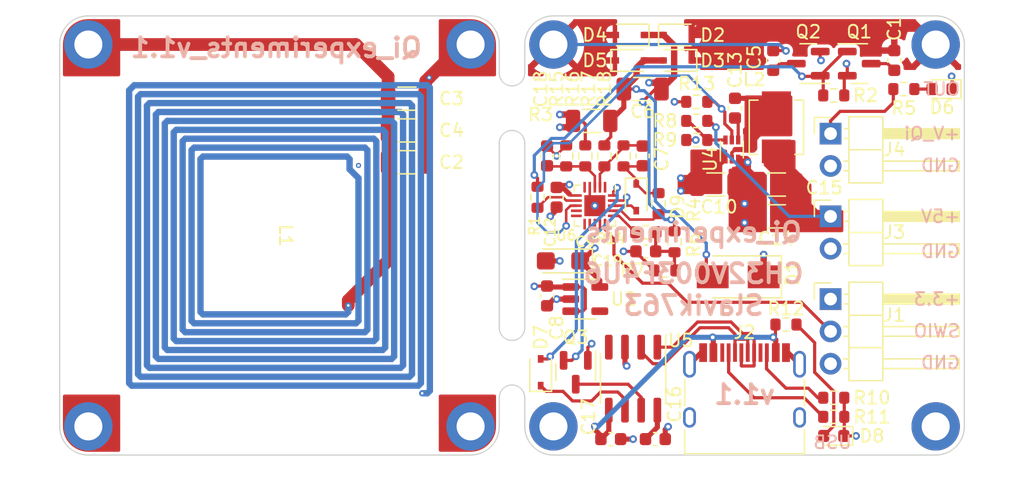
<source format=kicad_pcb>
(kicad_pcb (version 20211014) (generator pcbnew)
  (layers (0 "F.Cu" signal) (1 "In1.Cu" signal) (2 "In2.Cu" signal) (31 "B.Cu" signal) (34 "B.Paste" user) (35 "F.Paste" user) (36 "B.SilkS" user "B.Silkscreen") (37 "F.SilkS" user "F.Silkscreen") (38 "B.Mask" user) (39 "F.Mask" user) (44 "Edge.Cuts" user))
  (net 0 "")
  (net 1 "Net-(C1-Pad1)")
  (net 2 "Net-(C2-Pad2)")
  (net 3 "Net-(C5-Pad1)")
  (net 4 "VCC")
  (net 5 "Net-(C6-Pad2)")
  (net 6 "+3.3V")
  (net 7 "GND")
  (net 8 "+VOUT")
  (net 9 "/SWIO")
  (net 10 "/DC-DC_EN")
  (net 11 "Net-(C7-Pad2)")
  (net 12 "Net-(Q1-Pad1)")
  (net 13 "/QI_DATA")
  (net 14 "/I_MEAS")
  (net 15 "/V_MEAS")
  (net 16 "/DC-DC_FB")
  (net 17 "Net-(C13-Pad1)")
  (net 18 "/TX")
  (net 19 "/RX")
  (net 20 "Net-(C5-Pad2)")
  (net 21 "Net-(C1-Pad2)")
  (net 22 "Net-(C2-Pad1)")
  (net 23 "unconnected-(H1-Pad1)")
  (net 24 "unconnected-(H2-Pad1)")
  (net 27 "Net-(C16-Pad1)")
  (net 28 "VBUS")
  (net 29 "Net-(D7-Pad1)")
  (net 30 "Net-(Q3-Pad3)")
  (net 31 "Net-(J2-PadB5)")
  (net 32 "Net-(J2-PadA5)")
  (net 33 "/D+")
  (net 34 "/D-")
  (net 38 "Net-(C13-Pad2)")
  (net 39 "Net-(C19-Pad2)")
  (net 40 "Net-(D6-Pad2)")
  (net 50 "/OP_AMP_O")
  (net 51 "/OP_AMP_+")
  (net 52 "/OP_AMP_-")
  (net 53 "Net-(D8-Pad2)")
  (footprint "Diode_SMD:D_SOD-323" (layer "F.Cu") (at 70.5 60.25 90)
    (fp_text reference "D7")
    (fp_text value "1N4148WS")
  )
  (footprint "Resistor_SMD:R_0603_1608Metric" (layer "F.Cu") (at 70.25 46.5 90)
    (fp_text reference "R1")
    (fp_text value "100")
  )
  (footprint "Package_TO_SOT_SMD:SOT-23" (layer "F.Cu") (at 73.25 60.25 -90)
    (fp_text reference "Q3")
    (fp_text value "2N7002")
  )
  (footprint "Capacitor_SMD:C_0603_1608Metric" (layer "F.Cu") (at 71.75 46.5 90)
    (fp_text reference "C12")
    (fp_text value "0.1u")
  )
  (footprint "Capacitor_SMD:C_0603_1608Metric" (layer "F.Cu") (at 76 65.5)
    (fp_text reference "C17")
    (fp_text value "0.1u")
  )
  (footprint "__my:edgeBreakHoles" (layer "F.Cu") (at 67.5 39.488 90)
    (fp_text reference "H6" hide)
    (fp_text value "EdgeBreakHoles")
  )
  (footprint "Package_TO_SOT_SMD:SOT-23" (layer "F.Cu") (at 95.5 36)
    (fp_text reference "Q1")
    (fp_text value "2N7002")
  )
  (footprint "Capacitor_SMD:C_0603_1608Metric" (layer "F.Cu") (at 98.25 35.75 90)
    (fp_text reference "C1")
    (fp_text value "47n")
  )
  (footprint "Connector_PinHeader_2.54mm:PinHeader_1x02_P2.54mm_Horizontal" (layer "F.Cu") (at 93.25 48)
    (fp_text reference "J3")
    (fp_text value "Conn_01x02")
  )
  (footprint "Resistor_SMD:R_0603_1608Metric" (layer "F.Cu") (at 93.5 63.75 180)
    (fp_text reference "R11")
    (fp_text value "5.1k")
  )
  (footprint "Resistor_SMD:R_0603_1608Metric" (layer "F.Cu") (at 93.5 38.5)
    (fp_text reference "R2")
    (fp_text value "10k")
  )
  (footprint "Resistor_SMD:R_0603_1608Metric" (layer "F.Cu") (at 78.75 49.25 180)
    (fp_text reference "R14")
    (fp_text value "1k")
  )
  (footprint "Resistor_SMD:R_0603_1608Metric" (layer "F.Cu") (at 79.75 47 -90)
    (fp_text reference "R4")
    (fp_text value "1k")
  )
  (footprint "Capacitor_SMD:C_1206_3216Metric" (layer "F.Cu") (at 60 43.75)
    (fp_text reference "C2")
    (fp_text value "0.1u")
  )
  (footprint "Capacitor_SMD:C_1206_3216Metric" (layer "F.Cu") (at 78.5 38 180)
    (fp_text reference "C6")
    (fp_text value "10u")
  )
  (footprint "Capacitor_SMD:C_1206_3216Metric" (layer "F.Cu") (at 89 48 180)
    (fp_text reference "C14")
    (fp_text value "22u")
  )
  (footprint "MountingHole:MountingHole_2.2mm_M2_DIN965_Pad" (layer "F.Cu") (at 71.5 34.5)
    (fp_text reference "H30" hide)
    (fp_text value "MountingHole_Pad")
  )
  (footprint "Capacitor_SMD:C_0603_1608Metric" (layer "F.Cu") (at 88.75 35.75 90)
    (fp_text reference "C5")
    (fp_text value "47n")
  )
  (footprint "Resistor_SMD:R_0603_1608Metric" (layer "F.Cu") (at 89.75 56.5)
    (fp_text reference "R12")
    (fp_text value "470")
  )
  (footprint "Package_DFN_QFN:QFN-20-1EP_3x3mm_P0.4mm_EP1.65x1.65mm" (layer "F.Cu") (at 74.75 47.16 -90)
    (fp_text reference "U6")
    (fp_text value "CH32V003F4U6")
  )
  (footprint "Capacitor_SMD:C_0603_1608Metric" (layer "F.Cu") (at 78.75 50.75)
    (fp_text reference "C19")
    (fp_text value "47n")
  )
  (footprint "MountingHole:MountingHole_2.2mm_M2_DIN965_Pad" (layer "F.Cu") (at 65 34.5)
    (fp_text reference "H3" hide)
    (fp_text value "MountingHole_Pad")
  )
  (footprint "Diode_SMD:D_SOD-323F" (layer "F.Cu") (at 77.5 33.75 180)
    (fp_text reference "D4")
    (fp_text value "PMEG3010CEJ")
  )
  (footprint "MountingHole:MountingHole_2.2mm_M2_DIN965_Pad" (layer "F.Cu") (at 71.5 64.5)
    (fp_text reference "H20" hide)
    (fp_text value "MountingHole_Pad")
  )
  (footprint "Resistor_SMD:R_0603_1608Metric" (layer "F.Cu") (at 81 50 -90)
    (fp_text reference "R6")
    (fp_text value "10k")
  )
  (footprint "Resistor_SMD:R_0603_1608Metric" (layer "F.Cu") (at 93.5 62.25 180)
    (fp_text reference "R10")
    (fp_text value "5.1k")
  )
  (footprint "Connector_PinHeader_2.54mm:PinHeader_1x02_P2.54mm_Horizontal" (layer "F.Cu") (at 93.25 41.5)
    (fp_text reference "J4")
    (fp_text value "Conn_01x02")
  )
  (footprint "Resistor_SMD:R_0603_1608Metric" (layer "F.Cu") (at 82.75 42)
    (fp_text reference "R9")
    (fp_text value "10k")
  )
  (footprint "Capacitor_SMD:C_0603_1608Metric" (layer "F.Cu") (at 71 54.25 -90)
    (fp_text reference "C8")
    (fp_text value "0.1u")
  )
  (footprint "Connector_PinHeader_2.54mm:PinHeader_1x03_P2.54mm_Horizontal" (layer "F.Cu") (at 93.25 54.5)
    (fp_text reference "J1")
    (fp_text value "Conn_01x03")
  )
  (footprint "Resistor_SMD:R_0603_1608Metric" (layer "F.Cu") (at 75.5 43.25 -90)
    (fp_text reference "R17")
    (fp_text value "470")
  )
  (footprint "MountingHole:MountingHole_2.2mm_M2_DIN965_Pad" (layer "F.Cu") (at 101.5 34.5)
    (fp_text reference "H40" hide)
    (fp_text value "MountingHole_Pad")
  )
  (footprint "Capacitor_SMD:C_1206_3216Metric" (layer "F.Cu") (at 60 41.25)
    (fp_text reference "C4")
    (fp_text value "0.1u")
  )
  (footprint "__my:edgeBreakHoles" (layer "F.Cu") (at 69 59.5 90)
    (fp_text reference "H8" hide)
    (fp_text value "EdgeBreakHoles")
  )
  (footprint "MountingHole:MountingHole_2.2mm_M2_DIN965_Pad" (layer "F.Cu") (at 35 34.5)
    (fp_text reference "H4" hide)
    (fp_text value "MountingHole_Pad")
  )
  (footprint "Resistor_SMD:R_0603_1608Metric" (layer "F.Cu") (at 99 38)
    (fp_text reference "R5")
    (fp_text value "1k")
  )
  (footprint "MountingHole:MountingHole_2.2mm_M2_DIN965_Pad" (layer "F.Cu") (at 101.5 64.5)
    (fp_text reference "H10" hide)
    (fp_text value "MountingHole_Pad")
  )
  (footprint "__my:edgeBreakHoles" (layer "F.Cu") (at 69 39.5 90)
    (fp_text reference "H5" hide)
    (fp_text value "EdgeBreakHoles")
  )
  (footprint "Resistor_SMD:R_0603_1608Metric" (layer "F.Cu") (at 74 43.25 -90)
    (fp_text reference "R16")
    (fp_text value "470")
  )
  (footprint "Inductor_SMD:L_Vishay_IHLP-1616" (layer "F.Cu") (at 89 41 -90)
    (fp_text reference "L2")
    (fp_text value "4.7u")
  )
  (footprint "__my:pcb_coil_24x24_qi" (layer "F.Cu") (at 50 49.5 -90)
    (fp_text reference "L1")
    (fp_text value "INDUCTOR")
  )
  (footprint "Package_TO_SOT_SMD:SOT-563" (layer "F.Cu") (at 85.5 42.75 90)
    (fp_text reference "U4")
    (fp_text value "AP62200Z6")
  )
  (footprint "Package_TO_SOT_SMD:SOT-23" (layer "F.Cu") (at 91.5 36 180)
    (fp_text reference "Q2")
    (fp_text value "2N7002")
  )
  (footprint "LED_SMD:LED_0603_1608Metric" (layer "F.Cu") (at 93.5 65.25 180)
    (fp_text reference "D8")
    (fp_text value "LED")
  )
  (footprint "Diode_SMD:D_SMA" (layer "F.Cu") (at 86 52.75 180)
    (fp_text reference "D1")
    (fp_text value "Z1SMAxxx")
  )
  (footprint "Connector_USB:USB_C_Receptacle_HRO_TYPE-C-31-M-12" (layer "F.Cu") (at 86.5 62.75)
    (fp_text reference "J2")
    (fp_text value "USB_C_Receptacle_USB2.0")
  )
  (footprint "Capacitor_Tantalum_SMD:CP_EIA-3216-18_Kemet-A" (layer "F.Cu") (at 72.25 51.5 180)
    (fp_text reference "C9")
    (fp_text value "10u")
  )
  (footprint "Capacitor_SMD:C_0603_1608Metric" (layer "F.Cu") (at 71 43.25 90)
    (fp_text reference "C18")
    (fp_text value "47n")
  )
  (footprint "Package_SO:SOIC-8_3.9x4.9mm_P1.27mm" (layer "F.Cu") (at 77.75 60.75 -90)
    (fp_text reference "U5")
    (fp_text value "CH340N")
  )
  (footprint "__my:edgeBreakHoles" (layer "F.Cu") (at 67.5 59.5 90)
    (fp_text reference "H7" hide)
    (fp_text value "EdgeBreakHoles")
  )
  (footprint "Capacitor_SMD:C_1206_3216Metric" (layer "F.Cu") (at 89 45.5 180)
    (fp_text reference "C15")
    (fp_text value "22u")
  )
  (footprint "Resistor_SMD:R_0603_1608Metric" (layer "F.Cu") (at 82.75 40.5)
    (fp_text reference "R8")
    (fp_text value "56k")
  )
  (footprint "Resistor_SMD:R_0603_1608Metric" (layer "F.Cu") (at 80.25 52.25 180)
    (fp_text reference "R7")
    (fp_text value "2.2k")
  )
  (footprint "Capacitor_SMD:C_0603_1608Metric" (layer "F.Cu") (at 79.5 65.5)
    (fp_text reference "C16")
    (fp_text value "0.1u")
  )
  (footprint "Diode_SMD:D_SOD-323F" (layer "F.Cu") (at 81.25 35.75 180)
    (fp_text reference "D3")
    (fp_text value "PMEG3010CEJ")
  )
  (footprint "Capacitor_SMD:C_0603_1608Metric" (layer "F.Cu") (at 85.75 39.5 -90)
    (fp_text reference "C13")
    (fp_text value "0.1u")
  )
  (footprint "MountingHole:MountingHole_2.2mm_M2_DIN965_Pad" (layer "F.Cu") (at 35 64.5)
    (fp_text reference "H1" hide)
    (fp_text value "MountingHole_Pad")
  )
  (footprint "Diode_SMD:D_SOD-323F" (layer "F.Cu") (at 77.5 35.75)
    (fp_text reference "D5")
    (fp_text value "PMEG3010CEJ")
  )
  (footprint "Resistor_SMD:R_0603_1608Metric" (layer "F.Cu") (at 77 43.25 -90)
    (fp_text reference "R18")
    (fp_text value "10k")
  )
  (footprint "Capacitor_SMD:C_1206_3216Metric" (layer "F.Cu") (at 84.25 45.5)
    (fp_text reference "C10")
    (fp_text value "10u")
  )
  (footprint "MountingHole:MountingHole_2.2mm_M2_DIN965_Pad" (layer "F.Cu") (at 65 64.5)
    (fp_text reference "H2" hide)
    (fp_text value "MountingHole_Pad")
  )
  (footprint "Resistor_SMD:R_1206_3216Metric" (layer "F.Cu") (at 74.5 40.5 180)
    (fp_text reference "R3")
    (fp_text value "0.1")
  )
  (footprint "Resistor_SMD:R_0603_1608Metric" (layer "F.Cu") (at 72.5 43.25 -90)
    (fp_text reference "R15")
    (fp_text value "10k")
  )
  (footprint "Package_TO_SOT_SMD:SOT-23-5" (layer "F.Cu") (at 74 54.5)
    (fp_text reference "U2")
    (fp_text value "SPX3819M5-L-3-3")
  )
  (footprint "Capacitor_SMD:C_1206_3216Metric" (layer "F.Cu") (at 60 38.75)
    (fp_text reference "C3")
    (fp_text value "0.1u")
  )
  (footprint "Capacitor_SMD:C_0603_1608Metric" (layer "F.Cu") (at 78.5 43.25 -90)
    (fp_text reference "C7")
    (fp_text value "47n")
  )
  (footprint "LED_SMD:LED_0603_1608Metric" (layer "F.Cu") (at 102 38 180)
    (fp_text reference "D6")
    (fp_text value "LED")
  )
  (footprint "Diode_SMD:D_SOD-323" (layer "F.Cu") (at 78 46.5 -90)
    (fp_text reference "D9")
    (fp_text value "1N4148WS")
  )
  (footprint "Resistor_SMD:R_0603_1608Metric" (layer "F.Cu") (at 82.75 39)
    (fp_text reference "R13")
    (fp_text value "10k")
  )
  (footprint "Diode_SMD:D_SOD-323F" (layer "F.Cu") (at 81.25 33.75)
    (fp_text reference "D2")
    (fp_text value "PMEG3010CEJ")
  )
  (gr_line (start 101.5 32.25) (end 71.5 32.25) (layer "Edge.Cuts") (width 0.1))
  (gr_line (start 65 66.75) (end 35 66.75) (layer "Edge.Cuts") (width 0.1))
  (gr_arc (start 67.25 64.5) (mid 66.59099 66.09099) (end 65 66.75) (layer "Edge.Cuts") (width 0.1))
  (gr_arc (start 35 66.75) (mid 33.40901 66.09099) (end 32.75 64.5) (layer "Edge.Cuts") (width 0.1))
  (gr_line (start 103.75 64.5) (end 103.75 34.5) (layer "Edge.Cuts") (width 0.1))
  (gr_line (start 67.25 42.25) (end 67.25 56.75) (layer "Edge.Cuts") (width 0.1))
  (gr_line (start 32.75 64.5) (end 32.75 34.5) (layer "Edge.Cuts") (width 0.1))
  (gr_arc (start 68.25 57.75) (mid 67.542893 57.457107) (end 67.25 56.75) (layer "Edge.Cuts") (width 0.1))
  (gr_line (start 67.25 36.75) (end 67.25 34.5) (layer "Edge.Cuts") (width 0.1))
  (gr_line (start 69.25 56.75) (end 69.25 42.25) (layer "Edge.Cuts") (width 0.1))
  (gr_line (start 35 32.25) (end 65 32.25) (layer "Edge.Cuts") (width 0.1))
  (gr_arc (start 69.25 56.75) (mid 68.957107 57.457107) (end 68.25 57.75) (layer "Edge.Cuts") (width 0.1))
  (gr_arc (start 71.5 66.75) (mid 69.90901 66.09099) (end 69.25 64.5) (layer "Edge.Cuts") (width 0.1))
  (gr_line (start 69.25 64.5) (end 69.25 62.25) (layer "Edge.Cuts") (width 0.1))
  (gr_arc (start 101.5 32.25) (mid 103.09099 32.90901) (end 103.75 34.5) (layer "Edge.Cuts") (width 0.1))
  (gr_arc (start 68.25 41.25) (mid 68.957107 41.542893) (end 69.25 42.25) (layer "Edge.Cuts") (width 0.1))
  (gr_line (start 69.25 36.75) (end 69.25 34.5) (layer "Edge.Cuts") (width 0.1))
  (gr_arc (start 65 32.25) (mid 66.59099 32.90901) (end 67.25 34.5) (layer "Edge.Cuts") (width 0.1))
  (gr_line (start 67.25 62.25) (end 67.25 64.5) (layer "Edge.Cuts") (width 0.1))
  (gr_arc (start 68.25 37.75) (mid 67.542893 37.457107) (end 67.25 36.75) (layer "Edge.Cuts") (width 0.1))
  (gr_arc (start 32.75 34.5) (mid 33.40901 32.90901) (end 35 32.25) (layer "Edge.Cuts") (width 0.1))
  (gr_arc (start 67.25 42.25) (mid 67.542893 41.542893) (end 68.25 41.25) (layer "Edge.Cuts") (width 0.1))
  (gr_arc (start 69.25 34.5) (mid 69.90901 32.90901) (end 71.5 32.25) (layer "Edge.Cuts") (width 0.1))
  (gr_arc (start 68.25 61.25) (mid 68.957107 61.542893) (end 69.25 62.25) (layer "Edge.Cuts") (width 0.1))
  (gr_arc (start 69.25 36.75) (mid 68.957107 37.457107) (end 68.25 37.75) (layer "Edge.Cuts") (width 0.1))
  (gr_line (start 71.5 66.75) (end 101.5 66.75) (layer "Edge.Cuts") (width 0.1))
  (gr_arc (start 103.75 64.5) (mid 103.09099 66.09099) (end 101.5 66.75) (layer "Edge.Cuts") (width 0.1))
  (gr_arc (start 67.25 62.25) (mid 67.542893 61.542893) (end 68.25 61.25) (layer "Edge.Cuts") (width 0.1))
  (gr_text "GND" (at 103.5 59.5) (layer "B.SilkS") (effects (font (size 1 1)) (justify left mirror)))
  (gr_text "USB" (at 95 65.75) (layer "B.SilkS") (effects (font (size 1 1)) (justify left mirror)))
  (gr_text "SWIO" (at 103.5 57) (layer "B.SilkS") (effects (font (size 1 1)) (justify left mirror)))
  (gr_text "+5V" (at 103.5 48) (layer "B.SilkS") (effects (font (size 1 1)) (justify left mirror)))
  (gr_text "GND" (at 103.5 44) (layer "B.SilkS") (effects (font (size 1 1)) (justify left mirror)))
  (gr_text "OUT" (at 103.5 38) (layer "B.SilkS") (effects (font (size 1 1)) (justify left mirror)))
  (gr_text "GND" (at 103.5 50.75) (layer "B.SilkS") (effects (font (size 1 1)) (justify left mirror)))
  (gr_text "+V_Qi" (at 103.5 41.5) (layer "B.SilkS") (effects (font (size 1 1)) (justify left mirror)))
  (gr_text "+3.3" (at 103.5 54.5) (layer "B.SilkS") (effects (font (size 1 1)) (justify left mirror)))
  (gr_text "Qi_experiments_v1.1" (at 49.75 34.75) (layer "B.SilkS") (effects (font (size 1.5 1.5) (thickness 0.3)) (justify mirror)))
  (gr_text "Slavik763" (at 82.5 55) (layer "B.SilkS") (effects (font (size 1.5 1.5) (thickness 0.3)) (justify mirror)))
  (gr_text "CH32V003F4U6" (at 82.5 52.5) (layer "B.SilkS") (effects (font (size 1.5 1.5) (thickness 0.3)) (justify mirror)))
  (gr_text "v1.1" (at 86.5 62) (layer "B.SilkS") (effects (font (size 1.5 1.5) (thickness 0.3)) (justify mirror)))
  (gr_text "Qi_experiments" (at 82.5 49.25) (layer "B.SilkS") (effects (font (size 1.5 1.5) (thickness 0.3)) (justify mirror)))
  (segment (start 97.725 36) (end 98.25 36.525) (width 0.25) (layer "F.Cu") (net 1))
  (segment (start 96.4375 36) (end 97.725 36) (width 0.25) (layer "F.Cu") (net 1))
  (segment (start 61.475 37.375) (end 61.75 37.1) (width 1) (layer "F.Cu") (net 2))
  (segment (start 64.35 34.5) (end 61.75 37.1) (width 1) (layer "F.Cu") (net 2))
  (segment (start 65 34.5) (end 64.35 34.5) (width 1) (layer "F.Cu") (net 2))
  (segment (start 61.475 43.75) (end 61.475 37.375) (width 1) (layer "F.Cu") (net 2))
  (segment (start 89.275 36) (end 88.75 36.525) (width 0.25) (layer "F.Cu") (net 3))
  (segment (start 90.5625 36) (end 89.275 36) (width 0.25) (layer "F.Cu") (net 3))
  (segment (start 80.975 34.575) (end 80.15 33.75) (width 0.5) (layer "F.Cu") (net 4))
  (segment (start 72.8625 53.55) (end 71.075 53.55) (width 0.4) (layer "F.Cu") (net 4))
  (segment (start 79.5 38) (end 78.5 39) (width 0.25) (layer "F.Cu") (net 4))
  (segment (start 93.25 41.5) (end 93.25 40.5) (width 0.25) (layer "F.Cu") (net 4))
  (segment (start 73.8 55.45) (end 74 55.25) (width 0.25) (layer "F.Cu") (net 4))
  (segment (start 94 39.75) (end 97.5 39.75) (width 0.25) (layer "F.Cu") (net 4))
  (segment (start 97.5 39.75) (end 98.175 39.075) (width 0.25) (layer "F.Cu") (net 4))
  (segment (start 70 53.5) (end 70.025 53.475) (width 0.25) (layer "F.Cu") (net 4))
  (segment (start 71.075 53.55) (end 71 53.475) (width 0.4) (layer "F.Cu") (net 4))
  (segment (start 79 37.5) (end 79.475 37.5) (width 0.5) (layer "F.Cu") (net 4))
  (segment (start 80.975 36.275) (end 80.975 37) (width 0.5) (layer "F.Cu") (net 4))
  (segment (start 80.975 37) (end 79.975 38) (width 0.5) (layer "F.Cu") (net 4))
  (segment (start 93.25 40.5) (end 94 39.75) (width 0.25) (layer "F.Cu") (net 4))
  (segment (start 74 55.25) (end 74 53.75) (width 0.25) (layer "F.Cu") (net 4))
  (segment (start 70.025 53.475) (end 71 53.475) (width 0.25) (layer "F.Cu") (net 4))
  (segment (start 73.8 53.55) (end 72.8625 53.55) (width 0.25) (layer "F.Cu") (net 4))
  (segment (start 88 51) (end 88 52.75) (width 0.5) (layer "F.Cu") (net 4))
  (segment (start 72.8625 55.45) (end 73.8 55.45) (width 0.25) (layer "F.Cu") (net 4))
  (segment (start 78.6 33.75) (end 80.15 33.75) (width 0.5) (layer "F.Cu") (net 4))
  (segment (start 79.975 38) (end 79.5 38) (width 0.25) (layer "F.Cu") (net 4))
  (segment (start 81 48.5) (end 80.75 48.25) (width 0.25) (layer "F.Cu") (net 4))
  (segment (start 98.175 39.075) (end 98.175 38) (width 0.25) (layer "F.Cu") (net 4))
  (segment (start 74 53.75) (end 73.8 53.55) (width 0.25) (layer "F.Cu") (net 4))
  (segment (start 80.975 36.275) (end 80.975 34.575) (width 0.5) (layer "F.Cu") (net 4))
  (segment (start 81 49.175) (end 81 48.5) (width 0.25) (layer "F.Cu") (net 4))
  (segment (start 79.475 37.5) (end 79.975 38) (width 0.5) (layer "F.Cu") (net 4))
  (via (at 78.5 39) (size 0.6) (drill 0.3) (layers "F.Cu" "B.Cu") (net 4))
  (via (at 80.75 48.25) (size 0.6) (drill 0.3) (layers "F.Cu" "B.Cu") (net 4))
  (via (at 81.5 46) (size 0.6) (drill 0.3) (layers "F.Cu" "B.Cu") (net 4))
  (via (at 88 51) (size 0.6) (drill 0.3) (layers "F.Cu" "B.Cu") (net 4))
  (via (at 70 53.5) (size 0.6) (drill 0.3) (layers "F.Cu" "B.Cu") (net 4))
  (via (at 81.5 45) (size 0.6) (drill 0.3) (layers "F.Cu" "B.Cu") (net 4))
  (via (at 79 37.5) (size 0.6) (drill 0.3) (layers "F.Cu" "B.Cu") (net 4))
  (segment (start 79 39.5) (end 79 47) (width 0.25) (layer "B.Cu") (net 4))
  (segment (start 78.5 39) (end 79 39.5) (width 0.25) (layer "B.Cu") (net 4))
  (segment (start 80.25 48.25) (end 80.75 48.25) (width 0.25) (layer "B.Cu") (net 4))
  (segment (start 79 47) (end 80.25 48.25) (width 0.25) (layer "B.Cu") (net 4))
  (segment (start 75.5 42.25) (end 76 41.75) (width 0.25) (layer "F.Cu") (net 5))
  (segment (start 80.15 35.75) (end 78.6 35.75) (width 0.5) (layer "F.Cu") (net 5))
  (segment (start 83.5 51) (end 83.5 52.25) (width 0.25) (layer "F.Cu") (net 5))
  (segment (start 75.5 42.425) (end 75.5 42.25) (width 0.25) (layer "F.Cu") (net 5))
  (segment (start 76 41.75) (end 76 40.5375) (width 0.25) (layer "F.Cu") (net 5))
  (segment (start 76 40.4625) (end 75.9625 40.5) (width 0.2) (layer "F.Cu") (net 5))
  (segment (start 77.025 39.4375) (end 75.9625 40.5) (width 0.4) (layer "F.Cu") (net 5))
  (segment (start 78.025 36.325) (end 78.6 35.75) (width 0.5) (layer "F.Cu") (net 5))
  (segment (start 76 40) (end 76 40.4625) (width 0.2) (layer "F.Cu") (net 5))
  (segment (start 76 40.5375) (end 75.9625 40.5) (width 0.25) (layer "F.Cu") (net 5))
  (segment (start 83.5 52.25) (end 84 52.75) (width 0.25) (layer "F.Cu") (net 5))
  (segment (start 77.025 38) (end 78 38) (width 0.25) (layer "F.Cu") (net 5))
  (segment (start 76.2125 40.25) (end 75.9625 40.5) (width 0.5) (layer "F.Cu") (net 5))
  (segment (start 77.025 38) (end 77.025 39.4375) (width 0.4) (layer "F.Cu") (net 5))
  (segment (start 78.025 37) (end 77.025 38) (width 0.5) (layer "F.Cu") (net 5))
  (segment (start 78.025 36.325) (end 78.025 37) (width 0.5) (layer "F.Cu") (net 5))
  (via (at 83.5 51) (size 0.6) (drill 0.3) (layers "F.Cu" "B.Cu") (net 5))
  (via (at 78 38) (size 0.6) (drill 0.3) (layers "F.Cu" "B.Cu") (net 5))
  (segment (start 78.625 38.125) (end 78.125 38.125) (width 0.25) (layer "B.Cu") (net 5))
  (segment (start 83.5 51) (end 83.5 50.116116) (width 0.25) (layer "B.Cu") (net 5))
  (segment (start 83.5 50.116116) (end 81.008884 47.625) (width 0.25) (layer "B.Cu") (net 5))
  (segment (start 81.008884 47.625) (end 80.318198 47.625) (width 0.25) (layer "B.Cu") (net 5))
  (segment (start 80.318198 47.625) (end 79.5 46.806802) (width 0.25) (layer "B.Cu") (net 5))
  (segment (start 79.5 46.806802) (end 79.5 39) (width 0.25) (layer "B.Cu") (net 5))
  (segment (start 78.125 38.125) (end 78 38) (width 0.25) (layer "B.Cu") (net 5))
  (segment (start 79.5 39) (end 78.625 38.125) (width 0.25) (layer "B.Cu") (net 5))
  (segment (start 72.75 45.5) (end 71.975 45.5) (width 0.25) (layer "F.Cu") (net 6))
  (segment (start 73.75 51.5) (end 74.75 50.5) (width 0.4) (layer "F.Cu") (net 6))
  (segment (start 75.1375 53.0375) (end 73.6 51.5) (width 0.4) (layer "F.Cu") (net 6))
  (segment (start 72.86 46.36) (end 72.75 46.25) (width 0.2) (layer "F.Cu") (net 6))
  (segment (start 74.2 59.3125) (end 74.2 58.3) (width 0.25) (layer "F.Cu") (net 6))
  (segment (start 74.2 58.3) (end 74.5 58) (width 0.25) (layer "F.Cu") (net 6))
  (segment (start 71.975 45.5) (end 71.75 45.725) (width 0.25) (layer "F.Cu") (net 6))
  (segment (start 72.225 45.725) (end 72.75 46.25) (width 0.4) (layer "F.Cu") (net 6))
  (segment (start 75.1375 53.55) (end 75.1375 53.0375) (width 0.4) (layer "F.Cu") (net 6))
  (segment (start 71.75 45.725) (end 72.225 45.725) (width 0.4) (layer "F.Cu") (net 6))
  (segment (start 73.3 46.36) (end 72.86 46.36) (width 0.2) (layer "F.Cu") (net 6))
  (segment (start 73.6 51.5) (end 73.75 51.5) (width 0.4) (layer "F.Cu") (net 6))
  (via (at 74.75 50.5) (size 0.6) (drill 0.3) (layers "F.Cu" "B.Cu") (net 6))
  (via (at 74.5 58) (size 0.6) (drill 0.3) (layers "F.Cu" "B.Cu") (net 6))
  (via (at 72.75 45.5) (size 0.6) (drill 0.3) (layers "F.Cu" "B.Cu") (net 6))
  (segment (start 77.115 58.275) (end 77.115 59.615) (width 0.4) (layer "F.Cu") (net 7))
  (segment (start 74.35 46.76) (end 74.75 47.16) (width 0.2) (layer "F.Cu") (net 7))
  (segment (start 74.35 45.71) (end 74.35 46.76) (width 0.2) (layer "F.Cu") (net 7))
  (segment (start 94.325 38.5) (end 94.325 37.1875) (width 0.25) (layer "F.Cu") (net 7))
  (segment (start 73.0375 40.5) (end 73.0375 40.7125) (width 0.5) (layer "F.Cu") (net 7))
  (segment (start 94.5625 36.95) (end 94.5625 36.0625) (width 0.25) (layer "F.Cu") (net 7))
  (segment (start 94.325 65.2125) (end 94.2875 65.25) (width 0.25) (layer "F.Cu") (net 7))
  (segment (start 71 42.475) (end 71 42.5) (width 0.2) (layer "F.Cu") (net 7))
  (segment (start 81.975 39) (end 81 39) (width 0.25) (layer "F.Cu") (net 7))
  (segment (start 77.975 50.75) (end 77.975 50.8) (width 0.25) (layer "F.Cu") (net 7))
  (segment (start 71.75 47.275) (end 71.75 47.5) (width 0.4) (layer "F.Cu") (net 7))
  (segment (start 92.4375 35.6875) (end 92.5 35.75) (width 0.25) (layer "F.Cu") (net 7))
  (segment (start 81.925 42) (end 82.6755 42) (width 0.25) (layer "F.Cu") (net 7))
  (segment (start 86 43.5) (end 86 45.225) (width 0.25) (layer "F.Cu") (net 7))
  (segment (start 77.975 50.75) (end 77 50.75) (width 0.25) (layer "F.Cu") (net 7))
  (segment (start 74 42.425) (end 74 40.75) (width 0.25) (layer "F.Cu") (net 7))
  (segment (start 71.75 43.175) (end 72.5 42.425) (width 0.2) (layer "F.Cu") (net 7))
  (segment (start 102.7875 37.0375) (end 102.75 37) (width 0.25) (layer "F.Cu") (net 7))
  (segment (start 80.275 64.75) (end 80.275 65.5) (width 0.4) (layer "F.Cu") (net 7))
  (segment (start 73.0375 40.2875) (end 72.75 40) (width 0.5) (layer "F.Cu") (net 7))
  (segment (start 92.4375 35.05) (end 92.4375 35.6875) (width 0.25) (layer "F.Cu") (net 7))
  (segment (start 94.325 62.25) (end 94.325 65.2125) (width 0.25) (layer "F.Cu") (net 7))
  (segment (start 80.5 64.525) (end 80.275 64.75) (width 0.4) (layer "F.Cu") (net 7))
  (segment (start 71 42.5) (end 71.75 43.25) (width 0.2) (layer "F.Cu") (net 7))
  (segment (start 72.75 41) (end 72 41) (width 0.5) (layer "F.Cu") (net 7))
  (segment (start 73.75 40.5) (end 73.0375 40.5) (width 0.25) (layer "F.Cu") (net 7))
  (segment (start 72.8625 54.5) (end 71.525 54.5) (width 0.4) (layer "F.Cu") (net 7))
  (segment (start 83.25 58.705) (end 83.095 58.705) (width 0.4) (layer "F.Cu") (net 7))
  (segment (start 94.325 37.1875) (end 94.5625 36.95) (width 0.25) (layer "F.Cu") (net 7))
  (segment (start 94.5625 36.0625) (end 94.5 36) (width 0.25) (layer "F.Cu") (net 7))
  (segment (start 71.525 54.5) (end 71 55.025) (width 0.4) (layer "F.Cu") (net 7))
  (segment (start 74 40.75) (end 73.75 40.5) (width 0.25) (layer "F.Cu") (net 7))
  (segment (start 76.775 65.5) (end 77.75 65.5) (width 0.4) (layer "F.Cu") (net 7))
  (segment (start 94.2875 65.25) (end 95.25 65.25) (width 0.25) (layer "F.Cu") (net 7))
  (segment (start 72 51.5) (end 70.9 51.5) (width 0.4) (layer "F.Cu") (net 7))
  (segment (start 73.0375 40.7125) (end 72.75 41) (width 0.5) (layer "F.Cu") (net 7))
  (segment (start 71.75 43.25) (end 71.75 43.175) (width 0.2) (layer "F.Cu") (net 7))
  (segment (start 89.75 58.705) (end 89.905 58.705) (width 0.4) (layer "F.Cu") (net 7))
  (segment (start 71.75 47.5) (end 71.25 48) (width 0.4) (layer "F.Cu") (net 7))
  (segment (start 102.7875 38) (end 102.7875 37.0375) (width 0.25) (layer "F.Cu") (net 7))
  (segment (start 73.0375 40.5) (end 73.0375 40.2875) (width 0.5) (layer "F.Cu") (net 7))
  (segment (start 89.905 58.705) (end 90.82 59.62) (width 0.4) (layer "F.Cu") (net 7))
  (segment (start 77.975 50.8) (end 79.425 52.25) (width 0.25) (layer "F.Cu") (net 7))
  (segment (start 83.095 58.705) (end 82.18 59.62) (width 0.4) (layer "F.Cu") (net 7))
  (segment (start 72.75 40) (end 72 40) (width 0.5) (layer "F.Cu") (net 7))
  (segment (start 86 45.225) (end 85.725 45.5) (width 0.25) (layer "F.Cu") (net 7))
  (segment (start 77.115 59.615) (end 77.25 59.75) (width 0.4) (layer "F.Cu") (net 7))
  (via (at 74.75 47.16) (size 0.6) (drill 0.3) (layers "F.Cu" "B.Cu") (net 7))
  (via (at 81 39) (size 0.6) (drill 0.3) (layers "F.Cu" "B.Cu") (net 7))
  (via (at 72 41) (size 0.6) (drill 0.3) (layers "F.Cu" "B.Cu") (net 7))
  (via (at 82.6755 42) (size 0.6) (drill 0.3) (layers "F.Cu" "B.Cu") (net 7))
  (via (at 77.75 65.5) (size 0.6) (drill 0.3) (layers "F.Cu" "B.Cu") (net 7))
  (via (at 95.25 65.25) (size 0.6) (drill 0.3) (layers "F.Cu" "B.Cu") (net 7))
  (via (at 71.75 43.25) (size 0.6) (drill 0.3) (layers "F.Cu" "B.Cu") (net 7))
  (via (at 77 50.75) (size 0.6) (drill 0.3) (layers "F.Cu" "B.Cu") (net 7))
  (via (at 102.75 37) (size 0.6) (drill 0.3) (layers "F.Cu" "B.Cu") (net 7))
  (via (at 92.5 35.75) (size 0.6) (drill 0.3) (layers "F.Cu" "B.Cu") (net 7))
  (via (at 77.25 59.75) (size 0.6) (drill 0.3) (layers "F.Cu" "B.Cu") (net 7))
  (via (at 86.75 43.75) (size 0.6) (drill 0.3) (layers "F.Cu" "B.Cu") (net 7))
  (via (at 72 40) (size 0.6) (drill 0.3) (layers "F.Cu" "B.Cu") (net 7))
  (via (at 80.5 64.525) (size 0.6) (drill 0.3) (layers "F.Cu" "B.Cu") (net 7))
  (via (at 86.5 48.5) (size 0.6) (drill 0.3) (layers "F.Cu" "B.Cu") (net 7))
  (via (at 71.25 48) (size 0.6) (drill 0.3) (layers "F.Cu" "B.Cu") (net 7))
  (via (at 94.5 36) (size 0.6) (drill 0.3) (layers "F.Cu" "B.Cu") (net 7))
  (via (at 86.5 47) (size 0.6) (drill 0.3) (layers "F.Cu" "B.Cu") (net 7))
  (via (at 71.75 54.5) (size 0.6) (drill 0.3) (layers "F.Cu" "B.Cu") (net 7))
  (via (at 72 51.5) (size 0.6) (drill 0.3) (layers "F.Cu" "B.Cu") (net 7))
  (segment (start 83.575 40.5) (end 83.75 40.5) (width 0.25) (layer "F.Cu") (net 8))
  (segment (start 83.75 40.5) (end 84.25 41) (width 0.25) (layer "F.Cu") (net 8))
  (via (at 84.25 41) (size 0.6) (drill 0.3) (layers "F.Cu" "B.Cu") (net 8))
  (segment (start 84.25 42.25) (end 84.25 41) (width 0.25) (layer "B.Cu") (net 8))
  (segment (start 90 48) (end 84.25 42.25) (width 0.25) (layer "B.Cu") (net 8))
  (segment (start 93.25 48) (end 90 48) (width 0.25) (layer "B.Cu") (net 8))
  (segment (start 75.55 49.05) (end 76.25 49.75) (width 0.2) (layer "F.Cu") (net 9))
  (segment (start 82 54.75) (end 80.5 53.25) (width 0.25) (layer "F.Cu") (net 9))
  (segment (start 75.55 48.61) (end 75.55 49.05) (width 0.2) (layer "F.Cu") (net 9))
  (segment (start 80.5 53.25) (end 78.5 53.25) (width 0.25) (layer "F.Cu") (net 9))
  (segment (start 76.25 51) (end 76.25 49.75) (width 0.25) (layer "F.Cu") (net 9))
  (segment (start 93.25 57.04) (end 90.96 54.75) (width 0.25) (layer "F.Cu") (net 9))
  (segment (start 78.5 53.25) (end 76.25 51) (width 0.25) (layer "F.Cu") (net 9))
  (segment (start 90.96 54.75) (end 82 54.75) (width 0.25) (layer "F.Cu") (net 9))
  (segment (start 83.525 39) (end 84.15 39) (width 0.25) (layer "F.Cu") (net 10))
  (segment (start 85.5 41.277817) (end 85.5 42) (width 0.25) (layer "F.Cu") (net 10))
  (segment (start 73.3 47.16) (end 72.84 47.16) (width 0.2) (layer "F.Cu") (net 10))
  (segment (start 84.15 39) (end 84.7 39.55) (width 0.25) (layer "F.Cu") (net 10))
  (segment (start 84.95 39.8) (end 84.95 40.727817) (width 0.25) (layer "F.Cu") (net 10))
  (segment (start 72.5 47.5) (end 72.5 48.75) (width 0.2) (layer "F.Cu") (net 10))
  (segment (start 84.7 39.55) (end 84.95 39.8) (width 0.25) (layer "F.Cu") (net 10))
  (segment (start 72.84 47.16) (end 72.5 47.5) (width 0.2) (layer "F.Cu") (net 10))
  (segment (start 84.95 40.727817) (end 85.5 41.277817) (width 0.25) (layer "F.Cu") (net 10))
  (via (at 84.7 39.55) (size 0.6) (drill 0.3) (layers "F.Cu" "B.Cu") (net 10))
  (via (at 72.5 48.75) (size 0.6) (drill 0.3) (layers "F.Cu" "B.Cu") (net 10))
  (segment (start 71 49.25) (end 70.25 48.5) (width 0.2) (layer "B.Cu") (net 10))
  (segment (start 70.75 45.25) (end 70.75 43) (width 0.2) (layer "B.Cu") (net 10))
  (segment (start 70.25 48.5) (end 70.25 45.75) (width 0.2) (layer "B.Cu") (net 10))
  (segment (start 82.1 36.95) (end 84.7 39.55) (width 0.2) (layer "B.Cu") (net 10))
  (segment (start 71.5 42.25) (end 72.75 42.25) (width 0.2) (layer "B.Cu") (net 10))
  (segment (start 70.25 45.75) (end 70.75 45.25) (width 0.2) (layer "B.Cu") (net 10))
  (segment (start 72 49.25) (end 71 49.25) (width 0.2) (layer "B.Cu") (net 10))
  (segment (start 72.75 42.25) (end 78.05 36.95) (width 0.2) (layer "B.Cu") (net 10))
  (segment (start 72.5 48.75) (end 72 49.25) (width 0.2) (layer "B.Cu") (net 10))
  (segment (start 78.05 36.95) (end 82.1 36.95) (width 0.2) (layer "B.Cu") (net 10))
  (segment (start 70.75 43) (end 71.5 42.25) (width 0.2) (layer "B.Cu") (net 10))
  (segment (start 78 45.075) (end 77 44.075) (width 0.2) (layer "F.Cu") (net 11))
  (segment (start 78.45 44.075) (end 78.5 44.025) (width 0.2) (layer "F.Cu") (net 11))
  (segment (start 77 44.075) (end 78.45 44.075) (width 0.2) (layer "F.Cu") (net 11))
  (segment (start 78.725 46.175) (end 78 45.45) (width 0.2) (layer "F.Cu") (net 11))
  (segment (start 78 45.45) (end 78 45.075) (width 0.2) (layer "F.Cu") (net 11))
  (segment (start 79.75 46.175) (end 78.725 46.175) (width 0.2) (layer "F.Cu") (net 11))
  (segment (start 92.675 38.5) (end 92.675 37.1875) (width 0.25) (layer "F.Cu") (net 12))
  (segment (start 70.25 45) (end 70 44.75) (width 0.25) (layer "F.Cu") (net 12))
  (segment (start 92.675 37.1875) (end 92.4375 36.95) (width 0.25) (layer "F.Cu") (net 12))
  (segment (start 92.3875 37) (end 92.4375 36.95) (width 0.25) (layer "F.Cu") (net 12))
  (segment (start 94.3375 35.05) (end 92.4375 36.95) (width 0.25) (layer "F.Cu") (net 12))
  (segment (start 94.5625 35.05) (end 94.3375 35.05) (width 0.25) (layer "F.Cu") (net 12))
  (segment (start 70.25 45.675) (end 70.25 45) (width 0.25) (layer "F.Cu") (net 12))
  (segment (start 91 37) (end 92.3875 37) (width 0.25) (layer "F.Cu") (net 12))
  (via (at 91 37) (size 0.6) (drill 0.3) (layers "F.Cu" "B.Cu") (net 12))
  (via (at 70 44.75) (size 0.6) (drill 0.3) (layers "F.Cu" "B.Cu") (net 12))
  (segment (start 71.34467 41.875) (end 72.375 41.875) (width 0.25) (layer "B.Cu") (net 12))
  (segment (start 70 43.21967) (end 71.34467 41.875) (width 0.25) (layer "B.Cu") (net 12))
  (segment (start 90.25 36.25) (end 91 37) (width 0.25) (layer "B.Cu") (net 12))
  (segment (start 70 44.75) (end 70 43.21967) (width 0.25) (layer "B.Cu") (net 12))
  (segment (start 72.375 41.875) (end 78 36.25) (width 0.25) (layer "B.Cu") (net 12))
  (segment (start 78 36.25) (end 90.25 36.25) (width 0.25) (layer "B.Cu") (net 12))
  (segment (start 71.075 46.5) (end 70.25 47.325) (width 0.2) (layer "F.Cu") (net 13))
  (segment (start 72.51 46.76) (end 72.25 46.5) (width 0.2) (layer "F.Cu") (net 13))
  (segment (start 73.3 46.76) (end 72.51 46.76) (width 0.2) (layer "F.Cu") (net 13))
  (segment (start 72.25 46.5) (end 71.075 46.5) (width 0.2) (layer "F.Cu") (net 13))
  (segment (start 79.325 48.25) (end 79.75 47.825) (width 0.2) (layer "F.Cu") (net 14))
  (segment (start 77.5 48.25) (end 79.325 48.25) (width 0.2) (layer "F.Cu") (net 14))
  (segment (start 76.81 47.56) (end 77.5 48.25) (width 0.2) (layer "F.Cu") (net 14))
  (segment (start 76.2 47.56) (end 76.81 47.56) (width 0.2) (layer "F.Cu") (net 14))
  (segment (start 76.635 47.96) (end 77.925 49.25) (width 0.2) (layer "F.Cu") (net 15))
  (segment (start 76.2 47.96) (end 76.635 47.96) (width 0.2) (layer "F.Cu") (net 15))
  (segment (start 83.575 42) (end 85 42) (width 0.25) (layer "F.Cu") (net 16))
  (segment (start 81.925 40.5) (end 82.075 40.5) (width 0.25) (layer "F.Cu") (net 16))
  (segment (start 82.075 40.5) (end 83.575 42) (width 0.25) (layer "F.Cu") (net 16))
  (segment (start 85.5 43) (end 85.75 42.75) (width 0.25) (layer "F.Cu") (net 17))
  (segment (start 88.36725 38.725) (end 89 39.35775) (width 0.4) (layer "F.Cu") (net 17))
  (segment (start 86.5 42.75) (end 85.75 42.75) (width 0.4) (layer "F.Cu") (net 17))
  (segment (start 85.75 38.725) (end 88.36725 38.725) (width 0.4) (layer "F.Cu") (net 17))
  (segment (start 85.5 43.5) (end 85.5 43) (width 0.25) (layer "F.Cu") (net 17))
  (segment (start 76.99 46.76) (end 77.25 46.5) (width 0.2) (layer "F.Cu") (net 18))
  (segment (start 72.3 59.3125) (end 72.9375 59.3125) (width 0.25) (layer "F.Cu") (net 18))
  (segment (start 76.2 46.76) (end 76.99 46.76) (width 0.2) (layer "F.Cu") (net 18))
  (segment (start 72.9375 59.3125) (end 73.25 59) (width 0.25) (layer "F.Cu") (net 18))
  (via (at 73.25 59) (size 0.6) (drill 0.3) (layers "F.Cu" "B.Cu") (net 18))
  (via (at 77.25 46.5) (size 0.6) (drill 0.3) (layers "F.Cu" "B.Cu") (net 18))
  (segment (start 73.75 58.5) (end 73.75 50.5) (width 0.25) (layer "B.Cu") (net 18))
  (segment (start 77.25 47) (end 77.25 46.5) (width 0.25) (layer "B.Cu") (net 18))
  (segment (start 73.25 59) (end 73.75 58.5) (width 0.25) (layer "B.Cu") (net 18))
  (segment (start 73.75 50.5) (end 77.25 47) (width 0.25) (layer "B.Cu") (net 18))
  (segment (start 76.2 46.36) (end 76.2 46.05) (width 0.2) (layer "F.Cu") (net 19))
  (segment (start 71.05 59.2) (end 71.25 59) (width 0.25) (layer "F.Cu") (net 19))
  (segment (start 70.5 59.2) (end 71.05 59.2) (width 0.25) (layer "F.Cu") (net 19))
  (segment (start 76.2 46.05) (end 76.5 45.75) (width 0.2) (layer "F.Cu") (net 19))
  (via (at 71.25 59) (size 0.6) (drill 0.3) (layers "F.Cu" "B.Cu") (net 19))
  (via (at 76.5 45.75) (size 0.6) (drill 0.3) (layers "F.Cu" "B.Cu") (net 19))
  (segment (start 73.3 56.95) (end 73.3 49.95) (width 0.25) (layer "B.Cu") (net 19))
  (segment (start 71.25 59) (end 73.3 56.95) (width 0.25) (layer "B.Cu") (net 19))
  (segment (start 76.5 46.75) (end 76.5 45.75) (width 0.25) (layer "B.Cu") (net 19))
  (segment (start 73.3 49.95) (end 76.5 46.75) (width 0.25) (layer "B.Cu") (net 19))
  (segment (start 89.725 34.975) (end 89.75 35) (width 0.25) (layer "F.Cu") (net 20))
  (segment (start 88.75 34.975) (end 89.725 34.975) (width 0.25) (layer "F.Cu") (net 20))
  (via (at 89.75 35) (size 0.6) (drill 0.3) (layers "F.Cu" "B.Cu") (net 20))
  (segment (start 89.25 34.5) (end 71.5 34.5) (width 0.25) (layer "B.Cu") (net 20))
  (segment (start 89.75 35) (end 89.25 34.5) (width 0.25) (layer "B.Cu") (net 20))
  (segment (start 82.35 33.75) (end 82.85 33.25) (width 0.5) (layer "F.Cu") (net 21))
  (segment (start 82.35 33.75) (end 82.35 35.75) (width 0.5) (layer "F.Cu") (net 21))
  (segment (start 82.85 33.25) (end 100.25 33.25) (width 0.5) (layer "F.Cu") (net 21))
  (segment (start 100.25 33.25) (end 101.5 34.5) (width 0.5) (layer "F.Cu") (net 21))
  (segment (start 82.35 35.75) (end 82.35 34.15) (width 0.5) (layer "F.Cu") (net 21))
  (segment (start 82.35 34.15) (end 82.35 33.75) (width 0.5) (layer "F.Cu") (net 21))
  (segment (start 35 34.5) (end 56 34.5) (width 1) (layer "F.Cu") (net 22))
  (segment (start 58.525 37.025) (end 58.525 38.75) (width 1) (layer "F.Cu") (net 22))
  (segment (start 55.4 54.6) (end 55.4 55) (width 1) (layer "F.Cu") (net 22))
  (segment (start 58.525 38.75) (end 58.525 51.475) (width 1) (layer "F.Cu") (net 22))
  (segment (start 55.4 54.6) (end 58.525 51.475) (width 1) (layer "F.Cu") (net 22))
  (segment (start 56 34.5) (end 58.525 37.025) (width 1) (layer "F.Cu") (net 22))
  (segment (start 79.655 64.57) (end 79.655 63.225) (width 0.4) (layer "F.Cu") (net 27))
  (segment (start 78.725 65.5) (end 79.655 64.57) (width 0.4) (layer "F.Cu") (net 27))
  (segment (start 84.05 58.705) (end 84.05 57.55) (width 0.4) (layer "F.Cu") (net 28))
  (segment (start 88.95 58.705) (end 88.95 57.7) (width 0.4) (layer "F.Cu") (net 28))
  (segment (start 75.225 65.225) (end 75.225 65.5) (width 0.4) (layer "F.Cu") (net 28))
  (segment (start 75.845 63.225) (end 75.845 64.88) (width 0.4) (layer "F.Cu") (net 28))
  (segment (start 88.925 56.5) (end 88.925 57.325) (width 0.25) (layer "F.Cu") (net 28))
  (segment (start 74.75 64.75) (end 75.225 65.225) (width 0.4) (layer "F.Cu") (net 28))
  (segment (start 84.05 57.55) (end 84 57.5) (width 0.4) (layer "F.Cu") (net 28))
  (segment (start 74.75 64.5) (end 74.75 64.75) (width 0.4) (layer "F.Cu") (net 28))
  (segment (start 75.845 64.88) (end 75.225 65.5) (width 0.4) (layer "F.Cu") (net 28))
  (segment (start 88.95 57.7) (end 88.75 57.5) (width 0.4) (layer "F.Cu") (net 28))
  (segment (start 88.925 57.325) (end 88.75 57.5) (width 0.25) (layer "F.Cu") (net 28))
  (via (at 74.75 64.5) (size 0.6) (drill 0.3) (layers "F.Cu" "B.Cu") (net 28))
  (via (at 84 57.5) (size 0.6) (drill 0.3) (layers "F.Cu" "B.Cu") (net 28))
  (via (at 88.75 57.5) (size 0.6) (drill 0.3) (layers "F.Cu" "B.Cu") (net 28))
  (segment (start 74.75 64.5) (end 75 64.5) (width 0.4) (layer "B.Cu") (net 28))
  (segment (start 88.75 57.5) (end 84 57.5) (width 0.4) (layer "B.Cu") (net 28))
  (segment (start 82 57.5) (end 84 57.5) (width 0.4) (layer "B.Cu") (net 28))
  (segment (start 75 64.5) (end 82 57.5) (width 0.4) (layer "B.Cu") (net 28))
  (segment (start 76.55 61.8) (end 75.2 61.8) (width 0.25) (layer "F.Cu") (net 29))
  (segment (start 77.115 62.365) (end 76.55 61.8) (width 0.25) (layer "F.Cu") (net 29))
  (segment (start 75.2 61.8) (end 74.5 62.5) (width 0.25) (layer "F.Cu") (net 29))
  (segment (start 74.5 62.5) (end 73 62.5) (width 0.25) (layer "F.Cu") (net 29))
  (segment (start 77.115 63.225) (end 77.115 62.365) (width 0.25) (layer "F.Cu") (net 29))
  (segment (start 72.25 61.75) (end 70.95 61.75) (width 0.25) (layer "F.Cu") (net 29))
  (segment (start 73 62.5) (end 72.25 61.75) (width 0.25) (layer "F.Cu") (net 29))
  (segment (start 70.95 61.75) (end 70.5 61.3) (width 0.25) (layer "F.Cu") (net 29))
  (segment (start 77.3625 61.1875) (end 78.385 62.21) (width 0.25) (layer "F.Cu") (net 30))
  (segment (start 73.25 61.1875) (end 77.3625 61.1875) (width 0.25) (layer "F.Cu") (net 30))
  (segment (start 78.385 62.21) (end 78.385 63.225) (width 0.25) (layer "F.Cu") (net 30))
  (segment (start 88.225 59.974951) (end 88.225 58.73) (width 0.25) (layer "F.Cu") (net 31))
  (segment (start 92.25 62.25) (end 91.5 61.5) (width 0.25) (layer "F.Cu") (net 31))
  (segment (start 91.5 61.5) (end 89.750049 61.5) (width 0.25) (layer "F.Cu") (net 31))
  (segment (start 89.750049 61.5) (end 88.225 59.974951) (width 0.25) (layer "F.Cu") (net 31))
  (segment (start 92.675 62.25) (end 92.25 62.25) (width 0.25) (layer "F.Cu") (net 31))
  (segment (start 88.225 58.73) (end 88.25 58.705) (width 0.25) (layer "F.Cu") (net 31))
  (segment (start 92.675 63.75) (end 91.175 62.25) (width 0.25) (layer "F.Cu") (net 32))
  (segment (start 91.175 62.25) (end 87.25 62.25) (width 0.25) (layer "F.Cu") (net 32))
  (segment (start 85.25 60.25) (end 85.25 58.705) (width 0.25) (layer "F.Cu") (net 32))
  (segment (start 87.25 62.25) (end 85.25 60.25) (width 0.25) (layer "F.Cu") (net 32))
  (segment (start 86.911396 57.205) (end 86.341396 57.205) (width 0.25) (layer "F.Cu") (net 33))
  (segment (start 87.25 59.73) (end 87.25 58.705) (width 0.25) (layer "F.Cu") (net 33))
  (segment (start 86.275 59.755) (end 87.225 59.755) (width 0.25) (layer "F.Cu") (net 33))
  (segment (start 87.25 58.705) (end 87.25 57.543604) (width 0.25) (layer "F.Cu") (net 33))
  (segment (start 80.838604 58.275) (end 79.655 58.275) (width 0.25) (layer "F.Cu") (net 33))
  (segment (start 86.341396 57.205) (end 85.436396 56.3) (width 0.25) (layer "F.Cu") (net 33))
  (segment (start 85.436396 56.3) (end 82.813604 56.3) (width 0.25) (layer "F.Cu") (net 33))
  (segment (start 87.225 59.755) (end 87.25 59.73) (width 0.25) (layer "F.Cu") (net 33))
  (segment (start 86.25 59.73) (end 86.275 59.755) (width 0.25) (layer "F.Cu") (net 33))
  (segment (start 86.25 58.705) (end 86.25 59.73) (width 0.25) (layer "F.Cu") (net 33))
  (segment (start 87.25 57.543604) (end 86.911396 57.205) (width 0.25) (layer "F.Cu") (net 33))
  (segment (start 82.813604 56.3) (end 80.838604 58.275) (width 0.25) (layer "F.Cu") (net 33))
  (segment (start 80.175 59.575) (end 79.308249 59.575) (width 0.25) (layer "F.Cu") (net 34))
  (segment (start 85.25 56.75) (end 83 56.75) (width 0.25) (layer "F.Cu") (net 34))
  (segment (start 79.308249 59.575) (end 78.385 58.651751) (width 0.25) (layer "F.Cu") (net 34))
  (segment (start 83 56.75) (end 80.175 59.575) (width 0.25) (layer "F.Cu") (net 34))
  (segment (start 78.385 58.651751) (end 78.385 58.275) (width 0.25) (layer "F.Cu") (net 34))
  (segment (start 86.75 58.705) (end 86.75 57.68) (width 0.25) (layer "F.Cu") (net 34))
  (segment (start 85.75 58.705) (end 85.75 57.25) (width 0.25) (layer "F.Cu") (net 34))
  (segment (start 86.725 57.655) (end 85.845 57.655) (width 0.25) (layer "F.Cu") (net 34))
  (segment (start 85.75 57.25) (end 85.25 56.75) (width 0.25) (layer "F.Cu") (net 34))
  (segment (start 86.75 57.68) (end 86.725 57.655) (width 0.25) (layer "F.Cu") (net 34))
  (segment (start 85.75 40.275) (end 86 40.525) (width 0.25) (layer "F.Cu") (net 38))
  (segment (start 86 40.525) (end 86 42) (width 0.25) (layer "F.Cu") (net 38))
  (segment (start 81 50.825) (end 81 52.175) (width 0.25) (layer "F.Cu") (net 39))
  (segment (start 79.525 50.75) (end 80.925 50.75) (width 0.25) (layer "F.Cu") (net 39))
  (segment (start 81 52.175) (end 81.075 52.25) (width 0.25) (layer "F.Cu") (net 39))
  (segment (start 79.525 50.75) (end 79.525 49.3) (width 0.25) (layer "F.Cu") (net 39))
  (segment (start 80.925 50.75) (end 81 50.825) (width 0.25) (layer "F.Cu") (net 39))
  (segment (start 79.525 49.3) (end 79.575 49.25) (width 0.25) (layer "F.Cu") (net 39))
  (segment (start 99.825 38) (end 101.2125 38) (width 0.25) (layer "F.Cu") (net 40))
  (segment (start 76.2 47.16) (end 77.61 47.16) (width 0.2) (layer "F.Cu") (net 50))
  (segment (start 77.61 47.16) (end 78 47.55) (width 0.2) (layer "F.Cu") (net 50))
  (segment (start 71.05 44.075) (end 71 44.025) (width 0.2) (layer "F.Cu") (net 51))
  (segment (start 74.75 45.71) (end 74.75 44.825) (width 0.2) (layer "F.Cu") (net 51))
  (segment (start 72.5 44.075) (end 71.05 44.075) (width 0.2) (layer "F.Cu") (net 51))
  (segment (start 74.75 44.825) (end 74 44.075) (width 0.2) (layer "F.Cu") (net 51))
  (segment (start 72.5 44.075) (end 74 44.075) (width 0.2) (layer "F.Cu") (net 51))
  (segment (start 77 42.575) (end 75.5 44.075) (width 0.2) (layer "F.Cu") (net 52))
  (segment (start 78.45 42.425) (end 78.5 42.475) (width 0.2) (layer "F.Cu") (net 52))
  (segment (start 75.15 45.71) (end 75.15 44.675) (width 0.2) (layer "F.Cu") (net 52))
  (segment (start 75.15 44.675) (end 75.75 44.075) (width 0.2) (layer "F.Cu") (net 52))
  (segment (start 77 42.425) (end 78.45 42.425) (width 0.2) (layer "F.Cu") (net 52))
  (segment (start 77 42.425) (end 77 42.575) (width 0.2) (layer "F.Cu") (net 52))
  (segment (start 93.5 61.75) (end 92 60.25) (width 0.25) (layer "F.Cu") (net 53))
  (segment (start 92 57.925) (end 90.575 56.5) (width 0.25) (layer "F.Cu") (net 53))
  (segment (start 92 60.25) (end 92 57.925) (width 0.25) (layer "F.Cu") (net 53))
  (segment (start 92.7125 65.25) (end 93.5 64.4625) (width 0.25) (layer "F.Cu") (net 53))
  (segment (start 93.5 64.4625) (end 93.5 61.75) (width 0.25) (layer "F.Cu") (net 53))
  (zone (net 7) (net_name "GND") (layer "F.Cu") (connect_pads yes (clearance 0.25)) (min_thickness 0.254) (fill yes (thermal_gap 0.508) (thermal_bridge_width 0.508))
    (polygon (pts (xy 86.75 43.25) (xy 87 43.5) (xy 87 44.25) (xy 87.25 44.5) (xy 88 44.5) (xy 88.25 44.75) (xy 88.25 49.25) (xy 85.25 49.25) (xy 85.25 44.25) (xy 85.5 44.25) (xy 85.5 43.25)))
  )
  (zone (net 22) (net_name "Net-(C2-Pad1)") (layer "F.Cu") (connect_pads yes (clearance 0.254)) (min_thickness 0.254) (fill yes (thermal_gap 0.508) (thermal_bridge_width 0.508))
    (polygon (pts (xy 37.5 37) (xy 32.75 37) (xy 32.75 32.25) (xy 37.5 32.25)))
  )
  (zone (net 21) (net_name "Net-(C1-Pad2)") (layer "F.Cu") (connect_pads (clearance 0.254)) (min_thickness 0.254) (fill yes (thermal_gap 0.508) (thermal_bridge_width 0.508))
    (polygon (pts (xy 103.75 36.5) (xy 81.75 36.5) (xy 81.75 32.25) (xy 103.75 32.25)))
  )
  (zone (net 8) (net_name "+VOUT") (layer "F.Cu") (connect_pads yes (clearance 0.25)) (min_thickness 0.254) (fill yes (thermal_gap 0.508) (thermal_bridge_width 0.508))
    (polygon (pts (xy 90.5 44.25) (xy 91.75 45.5) (xy 91.75 47) (xy 92.25 47.5) (xy 94.25 47.5) (xy 94.25 49.25) (xy 88.5 49.25) (xy 88.5 44.5) (xy 88 44) (xy 88 42) (xy 90.5 42)))
  )
  (zone (net 20) (net_name "Net-(C5-Pad2)") (layer "F.Cu") (connect_pads (clearance 0.254)) (min_thickness 0.254) (fill yes (thermal_gap 0.508) (thermal_bridge_width 0.508))
    (polygon (pts (xy 76.5 37) (xy 69.25 37) (xy 69.25 32.25) (xy 76.5 32.25)))
  )
  (zone (net 4) (net_name "VCC") (layer "F.Cu") (connect_pads yes (clearance 0.25)) (min_thickness 0.254) (fill yes (thermal_gap 0.508) (thermal_bridge_width 0.508))
    (polygon (pts (xy 85.25 42.75) (xy 85.25 43.75) (xy 85 43.75) (xy 84.75 44) (xy 84.75 46.25) (xy 81.25 46.25) (xy 81.25 44.75) (xy 82 44.75) (xy 82.25 44.5) (xy 82.25 42.75)))
  )
  (zone (net 23) (net_name "unconnected-(H1-Pad1)") (layer "F.Cu") (connect_pads yes (clearance 0.254)) (min_thickness 0.254) (fill yes (thermal_gap 0.508) (thermal_bridge_width 0.508))
    (polygon (pts (xy 37.5 66.75) (xy 32.75 66.75) (xy 32.75 62) (xy 37.5 62)))
  )
  (zone (net 24) (net_name "unconnected-(H2-Pad1)") (layer "F.Cu") (connect_pads yes (clearance 0.254)) (min_thickness 0.254) (fill yes (thermal_gap 0.508) (thermal_bridge_width 0.508))
    (polygon (pts (xy 67.25 66.75) (xy 62.5 66.75) (xy 62.5 62) (xy 67.25 62)))
  )
  (zone (net 2) (net_name "Net-(C2-Pad2)") (layer "F.Cu") (connect_pads yes (clearance 0.254)) (min_thickness 0.254) (fill yes (thermal_gap 0.508) (thermal_bridge_width 0.508))
    (polygon (pts (xy 67.25 37) (xy 62.5 37) (xy 62.5 32.25) (xy 67.25 32.25)))
  )
  (zone (net 17) (net_name "Net-(C13-Pad1)") (layer "F.Cu") (connect_pads yes (clearance 0.25)) (min_thickness 0.254) (fill yes (thermal_gap 0.254) (thermal_bridge_width 0.254))
    (polygon (pts (xy 86.25 41.25) (xy 86.5 41) (xy 86.5 38.5) (xy 87.5 38.5) (xy 90.25 38.5) (xy 90.25 41.75) (xy 87.75 41.75) (xy 87.5 42) (xy 87.5 42.75) (xy 87.25 43) (xy 86.25 43)))
  )
)
</source>
